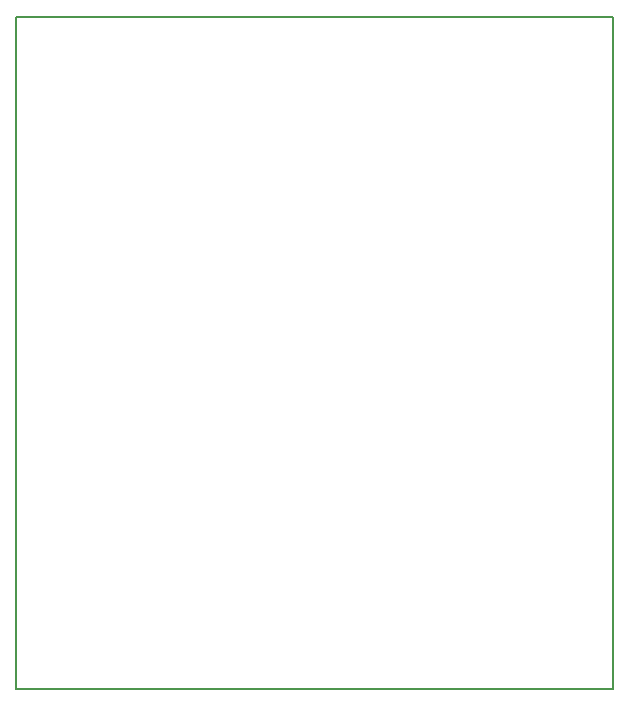
<source format=gm1>
G04 #@! TF.FileFunction,Profile,NP*
%FSLAX46Y46*%
G04 Gerber Fmt 4.6, Leading zero omitted, Abs format (unit mm)*
G04 Created by KiCad (PCBNEW 4.0.7) date 02/27/18 09:42:24*
%MOMM*%
%LPD*%
G01*
G04 APERTURE LIST*
%ADD10C,0.100000*%
%ADD11C,0.150000*%
G04 APERTURE END LIST*
D10*
D11*
X216662000Y-133858000D02*
X216662000Y-133604000D01*
X166116000Y-133858000D02*
X216662000Y-133858000D01*
X166116000Y-76962000D02*
X166116000Y-133858000D01*
X166878000Y-76962000D02*
X166116000Y-76962000D01*
X216662000Y-76962000D02*
X166878000Y-76962000D01*
X216662000Y-133604000D02*
X216662000Y-76962000D01*
M02*

</source>
